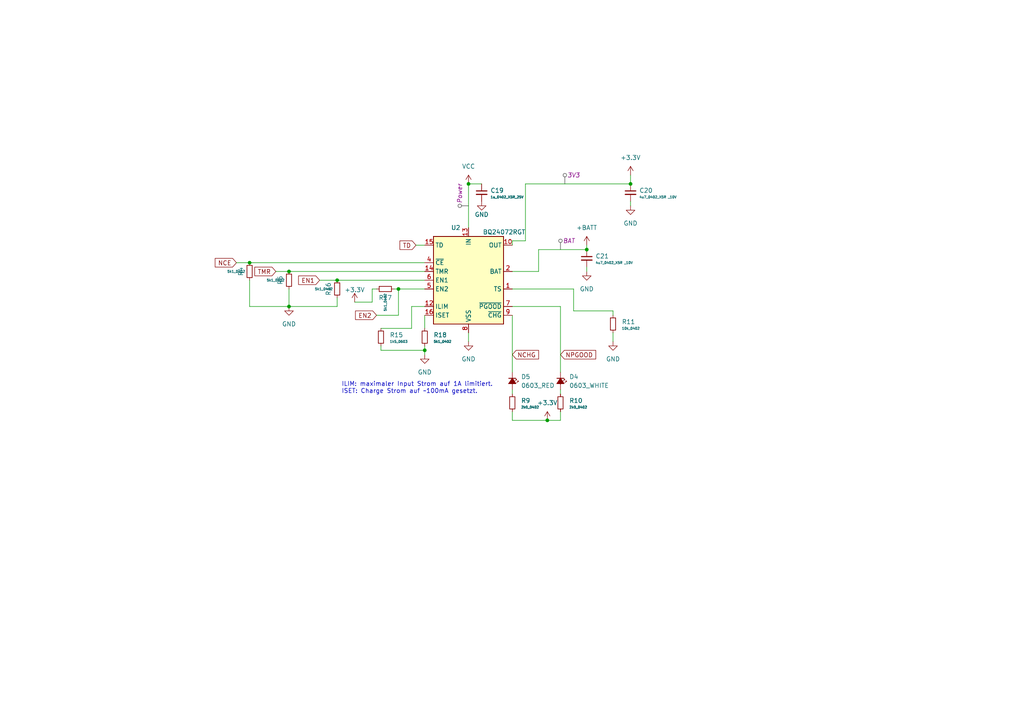
<source format=kicad_sch>
(kicad_sch (version 20231120) (generator "eeschema") (generator_version "8.0")
  (paper "A4")
  (lib_symbols
    (symbol "Battery_Management:BQ24072RGT"
      (property "Reference" "U" (at -8.89 13.97 0))
      (property "Value" "BQ24072RGT" (at 16.51 13.97 0))
      (symbol "BQ24072RGT_0_1"
        (rectangle (start -10.16 12.7) (end 10.16 -12.7) (stroke (width 0.254)) (fill (type background)))
      )
      (symbol "BQ24072RGT_1_1"
        (pin passive line (at 12.7 -2.54 180) (length 2.54) (name "TS") (number "1"))
        (pin power_out line (at 12.7 10.16 180) (length 2.54) (name "OUT") (number "10"))
        (pin passive line (at 12.7 10.16 180) (length 2.54) hide (name "OUT") (number "11"))
        (pin passive line (at -12.7 -7.62 0) (length 2.54) (name "ILIM") (number "12"))
        (pin power_in line (at 0 15.24 270) (length 2.54) (name "IN") (number "13"))
        (pin input line (at -12.7 2.54 0) (length 2.54) (name "TMR") (number "14"))
        (pin input line (at -12.7 10.16 0) (length 2.54) (name "TD") (number "15"))
        (pin passive line (at -12.7 -10.16 0) (length 2.54) (name "ISET") (number "16"))
        (pin passive line (at 0 -15.24 90) (length 2.54) hide (name "VSS") (number "17"))
        (pin power_out line (at 12.7 2.54 180) (length 2.54) (name "BAT") (number "2"))
        (pin passive line (at 12.7 2.54 180) (length 2.54) hide (name "BAT") (number "3"))
        (pin input line (at -12.7 5.08 0) (length 2.54) (name "~{CE}") (number "4"))
        (pin input line (at -12.7 -2.54 0) (length 2.54) (name "EN2") (number "5"))
        (pin input line (at -12.7 0 0) (length 2.54) (name "EN1") (number "6"))
        (pin open_collector line (at 12.7 -7.62 180) (length 2.54) (name "~{PGOOD}") (number "7"))
        (pin power_in line (at 0 -15.24 90) (length 2.54) (name "VSS") (number "8"))
        (pin open_collector line (at 12.7 -10.16 180) (length 2.54) (name "~{CHG}") (number "9"))
      )
    )
    (symbol "capacitor_smd_extended:4u7_0402_X5R _10V" (pin_numbers hide) (pin_names (offset 0.254) hide)
      (property "Reference" "C" (at 0.254 1.778 0))
      (property "Value" "4u7_0402_X5R _10V" (at 0.254 -2.032 0))
      (symbol "4u7_0402_X5R _10V_0_1"
        (polyline (pts (xy -1.524 -0.508) (xy 1.524 -0.508)) (stroke (width 0.3302)))
        (polyline (pts (xy -1.524 0.508) (xy 1.524 0.508)) (stroke (width 0.3048)))
      )
      (symbol "4u7_0402_X5R _10V_1_1"
        (pin passive line (at 0 2.54 270) (length 2.032) (name "~") (number "1"))
        (pin passive line (at 0 -2.54 90) (length 2.032) (name "~") (number "2"))
      )
    )
    (symbol "capacitor_smd_standard:1u_0402_X5R_25V" (pin_numbers hide) (pin_names (offset 0.254) hide)
      (property "Reference" "C" (at 0.254 1.778 0))
      (property "Value" "1u_0402_X5R_25V" (at 0.254 -2.032 0))
      (symbol "1u_0402_X5R_25V_0_1"
        (polyline (pts (xy -1.524 -0.508) (xy 1.524 -0.508)) (stroke (width 0.3302)))
        (polyline (pts (xy -1.524 0.508) (xy 1.524 0.508)) (stroke (width 0.3048)))
      )
      (symbol "1u_0402_X5R_25V_1_1"
        (pin passive line (at 0 2.54 270) (length 2.032) (name "~") (number "1"))
        (pin passive line (at 0 -2.54 90) (length 2.032) (name "~") (number "2"))
      )
    )
    (symbol "led:0603_GREEN" (pin_numbers hide) (pin_names (offset 0.254) hide)
      (property "Reference" "D" (at -1.27 3.175 0))
      (property "Value" "0603_GREEN" (at -4.445 -2.54 0))
      (symbol "0603_GREEN_0_1"
        (polyline (pts (xy -0.762 -1.016) (xy -0.762 1.016)) (stroke (width 0.254)))
        (polyline (pts (xy 1.016 0) (xy -0.762 0)))
        (polyline (pts (xy 0.762 -1.016) (xy -0.762 0) (xy 0.762 1.016) (xy 0.762 -1.016)) (stroke (width 0.254)) (fill (type outline)))
        (polyline (pts (xy 0 0.762) (xy -0.508 1.27) (xy -0.254 1.27) (xy -0.508 1.27) (xy -0.508 1.016)))
        (polyline (pts (xy 0.508 1.27) (xy 0 1.778) (xy 0.254 1.778) (xy 0 1.778) (xy 0 1.524)))
      )
      (symbol "0603_GREEN_1_1"
        (pin passive line (at -2.54 0 0) (length 1.778) (name "K") (number "1"))
        (pin passive line (at 2.54 0 180) (length 1.778) (name "A") (number "2"))
      )
    )
    (symbol "led:0603_RED" (pin_numbers hide) (pin_names (offset 0.254) hide)
      (property "Reference" "D" (at -1.27 3.175 0))
      (property "Value" "0603_RED" (at -4.445 -2.54 0))
      (symbol "0603_RED_0_1"
        (polyline (pts (xy -0.762 -1.016) (xy -0.762 1.016)) (stroke (width 0.254)))
        (polyline (pts (xy 1.016 0) (xy -0.762 0)))
        (polyline (pts (xy 0.762 -1.016) (xy -0.762 0) (xy 0.762 1.016) (xy 0.762 -1.016)) (stroke (width 0.254)) (fill (type outline)))
        (polyline (pts (xy 0 0.762) (xy -0.508 1.27) (xy -0.254 1.27) (xy -0.508 1.27) (xy -0.508 1.016)))
        (polyline (pts (xy 0.508 1.27) (xy 0 1.778) (xy 0.254 1.778) (xy 0 1.778) (xy 0 1.524)))
      )
      (symbol "0603_RED_1_1"
        (pin passive line (at -2.54 0 0) (length 1.778) (name "K") (number "1"))
        (pin passive line (at 2.54 0 180) (length 1.778) (name "A") (number "2"))
      )
    )
    (symbol "power:+3.3V" (power) (pin_names (offset 0))
      (property "Value" "+3.3V" (at 0 3.556 0))
      (symbol "+3.3V_0_1"
        (polyline (pts (xy -0.762 1.27) (xy 0 2.54)))
        (polyline (pts (xy 0 0) (xy 0 2.54)))
        (polyline (pts (xy 0 2.54) (xy 0.762 1.27)))
      )
      (symbol "+3.3V_1_1"
        (pin power_in line (at 0 0 90) (length 0) hide (name "+3.3V") (number "1"))
      )
    )
    (symbol "power:+BATT" (power) (pin_names (offset 0))
      (property "Value" "+BATT" (at 0 3.556 0))
      (symbol "+BATT_0_1"
        (polyline (pts (xy -0.762 1.27) (xy 0 2.54)))
        (polyline (pts (xy 0 0) (xy 0 2.54)))
        (polyline (pts (xy 0 2.54) (xy 0.762 1.27)))
      )
      (symbol "+BATT_1_1"
        (pin power_in line (at 0 0 90) (length 0) hide (name "+BATT") (number "1"))
      )
    )
    (symbol "power:GND" (power) (pin_names (offset 0))
      (property "Value" "GND" (at 0 -3.81 0))
      (symbol "GND_0_1"
        (polyline (pts (xy 0 0) (xy 0 -1.27) (xy 1.27 -1.27) (xy 0 -2.54) (xy -1.27 -1.27) (xy 0 -1.27)))
      )
      (symbol "GND_1_1"
        (pin power_in line (at 0 0 270) (length 0) hide (name "GND") (number "1"))
      )
    )
    (symbol "power:VCC" (power) (pin_names (offset 0))
      (property "Value" "VCC" (at 0 3.81 0))
      (symbol "VCC_0_1"
        (polyline (pts (xy -0.762 1.27) (xy 0 2.54)))
        (polyline (pts (xy 0 0) (xy 0 2.54)))
        (polyline (pts (xy 0 2.54) (xy 0.762 1.27)))
      )
      (symbol "VCC_1_1"
        (pin power_in line (at 0 0 90) (length 0) hide (name "VCC") (number "1"))
      )
    )
    (symbol "resistor_smd_standard:10k_0402" (pin_numbers hide) (pin_names (offset 0.254) hide)
      (property "Reference" "R" (at 1.27 1.27 0))
      (property "Value" "10k_0402" (at 1.27 0 0))
      (symbol "10k_0402_0_1"
        (rectangle (start -0.762 1.778) (end 0.762 -1.778) (stroke (width 0.2032)))
      )
      (symbol "10k_0402_1_1"
        (pin passive line (at 0 2.54 270) (length 0.762) (name "~") (number "1"))
        (pin passive line (at 0 -2.54 90) (length 0.762) (name "~") (number "2"))
      )
    )
    (symbol "resistor_smd_standard:1k5_0603" (pin_numbers hide) (pin_names (offset 0.254) hide)
      (property "Reference" "R" (at 1.27 1.27 0))
      (property "Value" "1k5_0603" (at 1.27 0 0))
      (symbol "1k5_0603_0_1"
        (rectangle (start -0.762 1.778) (end 0.762 -1.778) (stroke (width 0.2032)))
      )
      (symbol "1k5_0603_1_1"
        (pin passive line (at 0 2.54 270) (length 0.762) (name "~") (number "1"))
        (pin passive line (at 0 -2.54 90) (length 0.762) (name "~") (number "2"))
      )
    )
    (symbol "resistor_smd_standard:2k0_0402" (pin_numbers hide) (pin_names (offset 0.254) hide)
      (property "Reference" "R" (at 1.27 1.27 0))
      (property "Value" "2k0_0402" (at 1.27 0 0))
      (symbol "2k0_0402_0_1"
        (rectangle (start -0.762 1.778) (end 0.762 -1.778) (stroke (width 0.2032)))
      )
      (symbol "2k0_0402_1_1"
        (pin passive line (at 0 2.54 270) (length 0.762) (name "~") (number "1"))
        (pin passive line (at 0 -2.54 90) (length 0.762) (name "~") (number "2"))
      )
    )
    (symbol "resistor_smd_standard:5k1_0402" (pin_numbers hide) (pin_names (offset 0.254) hide)
      (property "Reference" "R" (at 1.27 1.27 0))
      (property "Value" "5k1_0402" (at 1.27 0 0))
      (symbol "5k1_0402_0_1"
        (rectangle (start -0.762 1.778) (end 0.762 -1.778) (stroke (width 0.2032)))
      )
      (symbol "5k1_0402_1_1"
        (pin passive line (at 0 2.54 270) (length 0.762) (name "~") (number "1"))
        (pin passive line (at 0 -2.54 90) (length 0.762) (name "~") (number "2"))
      )
    )
    (symbol "resistor_smd_standard:8k2_0402" (pin_numbers hide) (pin_names (offset 0.254) hide)
      (property "Reference" "R" (at 1.27 1.27 0))
      (property "Value" "8k2_0402" (at 1.27 0 0))
      (symbol "8k2_0402_0_1"
        (rectangle (start -0.762 1.778) (end 0.762 -1.778) (stroke (width 0.2032)))
      )
      (symbol "8k2_0402_1_1"
        (pin passive line (at 0 2.54 270) (length 0.762) (name "~") (number "1"))
        (pin passive line (at 0 -2.54 90) (length 0.762) (name "~") (number "2"))
      )
    )
  )
  (junction (at 115.57 83.82))
  (junction (at 83.82 88.9))
  (junction (at 135.89 53.34))
  (junction (at 72.39 76.2))
  (junction (at 97.79 81.28))
  (junction (at 83.82 78.74))
  (junction (at 182.88 53.34))
  (junction (at 123.19 101.6))
  (junction (at 170.18 72.39))
  (junction (at 158.75 121.92))
  (wire (pts (xy 80.01 78.74) (xy 83.82 78.74)))
  (wire (pts (xy 152.4 53.34) (xy 182.88 53.34)))
  (wire (pts (xy 166.37 83.82) (xy 166.37 90.17)))
  (wire (pts (xy 148.59 119.38) (xy 148.59 121.92)))
  (wire (pts (xy 135.89 96.52) (xy 135.89 99.06)))
  (wire (pts (xy 162.56 113.03) (xy 162.56 114.3)))
  (wire (pts (xy 72.39 81.28) (xy 72.39 88.9)))
  (wire (pts (xy 114.3 83.82) (xy 115.57 83.82)))
  (wire (pts (xy 166.37 90.17) (xy 177.8 90.17)))
  (wire (pts (xy 156.21 72.39) (xy 156.21 78.74)))
  (wire (pts (xy 170.18 77.47) (xy 170.18 78.74)))
  (wire (pts (xy 158.75 121.92) (xy 162.56 121.92)))
  (wire (pts (xy 68.58 76.2) (xy 72.39 76.2)))
  (wire (pts (xy 182.88 50.8) (xy 182.88 53.34)))
  (wire (pts (xy 97.79 81.28) (xy 123.19 81.28)))
  (wire (pts (xy 162.56 88.9) (xy 148.59 88.9)))
  (wire (pts (xy 177.8 90.17) (xy 177.8 91.44)))
  (wire (pts (xy 156.21 72.39) (xy 170.18 72.39)))
  (wire (pts (xy 119.38 95.25) (xy 119.38 88.9)))
  (wire (pts (xy 148.59 69.85) (xy 148.59 71.12)))
  (wire (pts (xy 119.38 88.9) (xy 123.19 88.9)))
  (wire (pts (xy 177.8 96.52) (xy 177.8 99.06)))
  (wire (pts (xy 148.59 113.03) (xy 148.59 114.3)))
  (wire (pts (xy 152.4 53.34) (xy 152.4 69.85)))
  (wire (pts (xy 115.57 83.82) (xy 123.19 83.82)))
  (wire (pts (xy 83.82 88.9) (xy 97.79 88.9)))
  (wire (pts (xy 148.59 83.82) (xy 166.37 83.82)))
  (wire (pts (xy 123.19 100.33) (xy 123.19 101.6)))
  (wire (pts (xy 170.18 71.12) (xy 170.18 72.39)))
  (wire (pts (xy 110.49 101.6) (xy 123.19 101.6)))
  (wire (pts (xy 152.4 69.85) (xy 148.59 69.85)))
  (wire (pts (xy 92.71 81.28) (xy 97.79 81.28)))
  (wire (pts (xy 83.82 78.74) (xy 123.19 78.74)))
  (wire (pts (xy 109.22 83.82) (xy 107.95 83.82)))
  (wire (pts (xy 83.82 83.82) (xy 83.82 88.9)))
  (wire (pts (xy 162.56 121.92) (xy 162.56 119.38)))
  (wire (pts (xy 156.21 78.74) (xy 148.59 78.74)))
  (wire (pts (xy 148.59 107.95) (xy 148.59 91.44)))
  (wire (pts (xy 110.49 100.33) (xy 110.49 101.6)))
  (wire (pts (xy 72.39 76.2) (xy 123.19 76.2)))
  (wire (pts (xy 115.57 91.44) (xy 115.57 83.82)))
  (wire (pts (xy 97.79 86.36) (xy 97.79 88.9)))
  (wire (pts (xy 148.59 121.92) (xy 158.75 121.92)))
  (wire (pts (xy 110.49 95.25) (xy 119.38 95.25)))
  (wire (pts (xy 107.95 83.82) (xy 107.95 87.63)))
  (wire (pts (xy 182.88 58.42) (xy 182.88 59.69)))
  (wire (pts (xy 107.95 87.63) (xy 102.87 87.63)))
  (wire (pts (xy 109.22 91.44) (xy 115.57 91.44)))
  (wire (pts (xy 162.56 107.95) (xy 162.56 88.9)))
  (wire (pts (xy 123.19 91.44) (xy 123.19 95.25)))
  (wire (pts (xy 135.89 53.34) (xy 135.89 66.04)))
  (wire (pts (xy 120.65 71.12) (xy 123.19 71.12)))
  (wire (pts (xy 123.19 101.6) (xy 123.19 102.87)))
  (wire (pts (xy 135.89 53.34) (xy 139.7 53.34)))
  (wire (pts (xy 72.39 88.9) (xy 83.82 88.9)))
  (text "ILIM: maximaler Input Strom auf 1A limitiert.\nISET: Charge Strom auf ~100mA gesetzt." (at 99.06 114.3 0) (effects (font (size 1.27 1.27)) (justify left bottom)))
  (global_label "NCE" (shape input) (at 68.58 76.2 180) (property "Intersheetrefs" "${INTERSHEET_REFS}" (effects (hide yes))))
  (global_label "TD" (shape input) (at 120.65 71.12 180) (property "Intersheetrefs" "${INTERSHEET_REFS}" (effects (hide yes))))
  (global_label "NCHG" (shape input) (at 148.59 102.87 0) (property "Intersheetrefs" "${INTERSHEET_REFS}" (effects (hide yes))))
  (global_label "TMR" (shape input) (at 80.01 78.74 180) (property "Intersheetrefs" "${INTERSHEET_REFS}" (effects (hide yes))))
  (global_label "EN1" (shape input) (at 92.71 81.28 180) (property "Intersheetrefs" "${INTERSHEET_REFS}" (effects (hide yes))))
  (global_label "NPGOOD" (shape input) (at 162.56 102.87 0) (property "Intersheetrefs" "${INTERSHEET_REFS}" (effects (hide yes))))
  (global_label "EN2" (shape input) (at 109.22 91.44 180) (property "Intersheetrefs" "${INTERSHEET_REFS}" (effects (hide yes))))
  (netclass_flag "" (length 2.54) (shape round) (at 162.56 72.39 0) (property "Netclass" "BAT" (at 163.2585 69.85 0) (effects (font (italic yes)) (justify left))))
  (netclass_flag "" (length 2.54) (shape round) (at 135.89 59.69 90) (property "Netclass" "Power" (at 133.35 58.9915 90) (effects (font (italic yes)) (justify left))))
  (netclass_flag "" (length 2.54) (shape round) (at 163.83 53.34 0) (property "Netclass" "3V3" (at 164.5285 50.8 0) (effects (font (italic yes)) (justify left))))
  (symbol (lib_id "led:0603_RED") (at 148.59 110.49 270) (unit 1)
    (property "Reference" "D5" (at 151.13 109.2835 90) (effects (justify left)))
    (property "Value" "0603_RED" (at 151.13 111.8235 90) (effects (justify left)))
    (property "Footprint" "LED_SMD:LED_0603_1608Metric" (effects (hide yes)))
    (property "Datasheet" "https://datasheet.lcsc.com/lcsc/1811101510_Everlight-Elec-19-217-GHC-YR1S2-3T_C72043.pdf" (effects (hide yes)))
    (property "LCSC" "C2286" (effects (hide yes)))
    (property "Partnumber" "KT-0603R" (effects (hide yes)))
    (property "Price1000" "0.0035" (effects (hide yes)))
  )
  (symbol (lib_id "power:+3.3V") (at 102.87 87.63 0) (unit 1)
    (property "Reference" "#PWR043" (effects (hide yes)))
    (property "Value" "+3.3V" (at 102.87 84.074 0))
  )
  (symbol (lib_id "resistor_smd_standard:5k1_0402") (at 83.82 81.28 180) (unit 1)
    (property "Reference" "R5" (at 81.28 81.28 90))
    (property "Value" "5k1_0402" (at 82.55 81.28 0) (effects (font (size 0.7 0.7)) (justify left)))
    (property "Footprint" "Resistor_SMD:R_0402_1005Metric" (effects (hide yes)))
    (property "Datasheet" "https://datasheet.lcsc.com/lcsc/2110260030_UNI-ROYAL-Uniroyal-Elec-0402WGF5101TCE_C25905.pdf" (effects (hide yes)))
    (property "Description" "±1% 1/16W Thick Film Resistors 50V ±100ppm/℃ -55℃~+155℃ 5.1kΩ 0402 Chip Resistor - Surface Mount ROHS" (effects (hide yes)))
    (property "LCSC" "C25905" (effects (hide yes)))
    (property "Tollerance" "1%" (effects (hide yes)))
    (property "Voltage" "50V" (effects (hide yes)))
  )
  (symbol (lib_id "power:GND") (at 182.88 59.69 0) (unit 1)
    (property "Reference" "#PWR040" (effects (hide yes)))
    (property "Value" "GND" (at 182.88 64.77 0))
  )
  (symbol (lib_id "resistor_smd_standard:5k1_0402") (at 111.76 83.82 270) (unit 1)
    (property "Reference" "R17" (at 111.76 86.36 90))
    (property "Value" "5k1_0402" (at 111.76 85.09 0) (effects (font (size 0.7 0.7)) (justify left)))
    (property "Footprint" "Resistor_SMD:R_0402_1005Metric" (effects (hide yes)))
    (property "Datasheet" "https://datasheet.lcsc.com/lcsc/2110260030_UNI-ROYAL-Uniroyal-Elec-0402WGF5101TCE_C25905.pdf" (effects (hide yes)))
    (property "Description" "±1% 1/16W Thick Film Resistors 50V ±100ppm/℃ -55℃~+155℃ 5.1kΩ 0402 Chip Resistor - Surface Mount ROHS" (effects (hide yes)))
    (property "LCSC" "C25905" (effects (hide yes)))
    (property "Tollerance" "1%" (effects (hide yes)))
    (property "Voltage" "50V" (effects (hide yes)))
  )
  (symbol (lib_id "capacitor_smd_extended:4u7_0402_X5R _10V") (at 170.18 74.93 0) (unit 1)
    (property "Reference" "C21" (at 172.72 74.3013 0) (effects (justify left)))
    (property "Value" "4u7_0402_X5R _10V" (at 172.72 76.2063 0) (effects (font (size 0.7 0.7)) (justify left)))
    (property "Footprint" "Capacitor_SMD:C_0402_1005Metric" (effects (hide yes)))
    (property "Datasheet" "https://datasheet.lcsc.com/lcsc/2211101800_VIIYONG-V475K0402X5R100NCT_C5252390.pdf" (effects (hide yes)))
    (property "LCSC" "C23733" (effects (hide yes)))
  )
  (symbol (lib_id "power:+3.3V") (at 158.75 121.92 0) (unit 1)
    (property "Reference" "#PWR044" (effects (hide yes)))
    (property "Value" "+3.3V" (at 158.75 116.84 0))
  )
  (symbol (lib_id "resistor_smd_standard:2k0_0402") (at 148.59 116.84 0) (unit 1)
    (property "Reference" "R9" (at 151.13 116.205 0) (effects (justify left)))
    (property "Value" "2k0_0402" (at 151.13 118.11 0) (effects (font (size 0.7 0.7)) (justify left)))
    (property "Footprint" "Resistor_SMD:R_0402_1005Metric" (effects (hide yes)))
    (property "Datasheet" "https://datasheet.lcsc.com/lcsc/2110260030_UNI-ROYAL-Uniroyal-Elec-0402WGF5101TCE_C25905.pdf" (effects (hide yes)))
    (property "Description" "62.5mW Thick Film Resistors ±100ppm/℃ ±1% 2kΩ 0402  Chip Resistor - Surface Mount ROHS" (effects (hide yes)))
    (property "LCSC" "C4109" (effects (hide yes)))
    (property "Tollerance" "1%" (effects (hide yes)))
    (property "Voltage" "50V" (effects (hide yes)))
  )
  (symbol (lib_id "power:+3.3V") (at 182.88 50.8 0) (unit 1)
    (property "Reference" "#PWR041" (effects (hide yes)))
    (property "Value" "+3.3V" (at 182.88 45.72 0))
  )
  (symbol (lib_id "resistor_smd_standard:1k5_0603") (at 110.49 97.79 0) (unit 1)
    (property "Reference" "R15" (at 113.03 97.155 0) (effects (justify left)))
    (property "Value" "1k5_0603" (at 113.03 99.06 0) (effects (font (size 0.7 0.7)) (justify left)))
    (property "Footprint" "Resistor_SMD:R_0603_1608Metric" (effects (hide yes)))
    (property "Datasheet" "https://datasheet.lcsc.com/lcsc/2110252030_UNI-ROYAL-Uniroyal-Elec-0603WAF1501T5E_C22843.pdf" (effects (hide yes)))
    (property "Description" "±1% 1/10W Thick Film Resistors 75V ±100ppm/℃ -55℃~+155℃ 1.5kΩ 0603 Chip Resistor - Surface Mount ROHS" (effects (hide yes)))
    (property "LCSC" "C22843" (effects (hide yes)))
    (property "Tollerance" "1%" (effects (hide yes)))
    (property "Voltage" "75V" (effects (hide yes)))
  )
  (symbol (lib_id "power:GND") (at 123.19 102.87 0) (unit 1)
    (property "Reference" "#PWR048" (effects (hide yes)))
    (property "Value" "GND" (at 123.19 107.95 0))
  )
  (symbol (lib_id "power:GND") (at 83.82 88.9 0) (unit 1)
    (property "Reference" "#PWR042" (effects (hide yes)))
    (property "Value" "GND" (at 83.82 93.98 0))
  )
  (symbol (lib_id "power:GND") (at 139.7 58.42 0) (unit 1)
    (property "Reference" "#PWR039" (effects (hide yes)))
    (property "Value" "GND" (at 139.7 62.23 0))
  )
  (symbol (lib_id "led:0603_GREEN") (at 162.56 110.49 270) (unit 1)
    (property "Reference" "D4" (at 165.1 109.2835 90) (effects (justify left)))
    (property "Value" "0603_WHITE" (at 165.1 111.8235 90) (effects (justify left)))
    (property "Footprint" "LED_SMD:LED_0603_1608Metric" (effects (hide yes)))
    (property "Datasheet" "https://wmsc.lcsc.com/wmsc/upload/file/pdf/v2/lcsc/2305091500_Hubei-KENTO-Elec-KT-0603W_C2290.pdf" (effects (hide yes)))
    (property "LCSC" "C2290" (effects (hide yes)))
    (property "Partnumber" "19-217/GHC-YR1S2/3T" (effects (hide yes)))
    (property "Price1000" "0.0155" (effects (hide yes)))
  )
  (symbol (lib_id "resistor_smd_standard:10k_0402") (at 177.8 93.98 0) (unit 1)
    (property "Reference" "R11" (at 180.34 93.3449 0) (effects (justify left)))
    (property "Value" "10k_0402" (at 180.34 95.25 0) (effects (font (size 0.7 0.7)) (justify left)))
    (property "Footprint" "Resistor_SMD:R_0402_1005Metric" (effects (hide yes)))
    (property "Datasheet" "https://datasheet.lcsc.com/lcsc/2110260030_UNI-ROYAL-Uniroyal-Elec-0402WGF1002TCE_C25744.pdf" (effects (hide yes)))
    (property "Description" "±1% 1/16W Thick Film Resistors 50V ±100ppm/℃ -55℃~+155℃ 10kΩ 0402 Chip Resistor - Surface Mount ROHS" (effects (hide yes)))
    (property "LCSC" "C25744" (effects (hide yes)))
    (property "Tollerance" "1%" (effects (hide yes)))
    (property "Voltage" "50V" (effects (hide yes)))
    (property "Price1000" "0.0005" (effects (hide yes)))
  )
  (symbol (lib_id "resistor_smd_standard:2k0_0402") (at 162.56 116.84 0) (unit 1)
    (property "Reference" "R10" (at 165.1 116.205 0) (effects (justify left)))
    (property "Value" "2k0_0402" (at 165.1 118.11 0) (effects (font (size 0.7 0.7)) (justify left)))
    (property "Footprint" "Resistor_SMD:R_0402_1005Metric" (effects (hide yes)))
    (property "Datasheet" "https://datasheet.lcsc.com/lcsc/2110260030_UNI-ROYAL-Uniroyal-Elec-0402WGF5101TCE_C25905.pdf" (effects (hide yes)))
    (property "Description" "62.5mW Thick Film Resistors ±100ppm/℃ ±1% 2kΩ 0402  Chip Resistor - Surface Mount ROHS" (effects (hide yes)))
    (property "LCSC" "C4109" (effects (hide yes)))
    (property "Tollerance" "1%" (effects (hide yes)))
    (property "Voltage" "50V" (effects (hide yes)))
  )
  (symbol (lib_id "resistor_smd_standard:5k1_0402") (at 72.39 78.74 180) (unit 1)
    (property "Reference" "R4" (at 69.85 78.74 90))
    (property "Value" "5k1_0402" (at 71.12 78.74 0) (effects (font (size 0.7 0.7)) (justify left)))
    (property "Footprint" "Resistor_SMD:R_0402_1005Metric" (effects (hide yes)))
    (property "Datasheet" "https://datasheet.lcsc.com/lcsc/2110260030_UNI-ROYAL-Uniroyal-Elec-0402WGF5101TCE_C25905.pdf" (effects (hide yes)))
    (property "Description" "±1% 1/16W Thick Film Resistors 50V ±100ppm/℃ -55℃~+155℃ 5.1kΩ 0402 Chip Resistor - Surface Mount ROHS" (effects (hide yes)))
    (property "LCSC" "C25905" (effects (hide yes)))
    (property "Tollerance" "1%" (effects (hide yes)))
    (property "Voltage" "50V" (effects (hide yes)))
  )
  (symbol (lib_id "power:GND") (at 135.89 99.06 0) (unit 1)
    (property "Reference" "#PWR037" (effects (hide yes)))
    (property "Value" "GND" (at 135.89 104.14 0))
  )
  (symbol (lib_id "power:GND") (at 170.18 78.74 0) (unit 1)
    (property "Reference" "#PWR046" (effects (hide yes)))
    (property "Value" "GND" (at 170.18 83.82 0))
  )
  (symbol (lib_id "capacitor_smd_extended:4u7_0402_X5R _10V") (at 182.88 55.88 0) (unit 1)
    (property "Reference" "C20" (at 185.42 55.2513 0) (effects (justify left)))
    (property "Value" "4u7_0402_X5R _10V" (at 185.42 57.1563 0) (effects (font (size 0.7 0.7)) (justify left)))
    (property "Footprint" "Capacitor_SMD:C_0402_1005Metric" (effects (hide yes)))
    (property "Datasheet" "https://datasheet.lcsc.com/lcsc/2211101800_VIIYONG-V475K0402X5R100NCT_C5252390.pdf" (effects (hide yes)))
    (property "LCSC" "C23733" (effects (hide yes)))
  )
  (symbol (lib_id "power:+BATT") (at 170.18 71.12 0) (unit 1)
    (property "Reference" "#PWR045" (effects (hide yes)))
    (property "Value" "+BATT" (at 170.18 66.04 0))
  )
  (symbol (lib_id "power:GND") (at 177.8 99.06 0) (unit 1)
    (property "Reference" "#PWR047" (effects (hide yes)))
    (property "Value" "GND" (at 177.8 104.14 0))
  )
  (symbol (lib_id "power:VCC") (at 135.89 53.34 0) (unit 1)
    (property "Reference" "#PWR038" (effects (hide yes)))
    (property "Value" "VCC" (at 135.89 48.26 0))
  )
  (symbol (lib_id "resistor_smd_standard:5k1_0402") (at 97.79 83.82 180) (unit 1)
    (property "Reference" "R16" (at 95.25 83.82 90))
    (property "Value" "5k1_0402" (at 96.52 83.82 0) (effects (font (size 0.7 0.7)) (justify left)))
    (property "Footprint" "Resistor_SMD:R_0402_1005Metric" (effects (hide yes)))
    (property "Datasheet" "https://datasheet.lcsc.com/lcsc/2110260030_UNI-ROYAL-Uniroyal-Elec-0402WGF5101TCE_C25905.pdf" (effects (hide yes)))
    (property "Description" "±1% 1/16W Thick Film Resistors 50V ±100ppm/℃ -55℃~+155℃ 5.1kΩ 0402 Chip Resistor - Surface Mount ROHS" (effects (hide yes)))
    (property "LCSC" "C25905" (effects (hide yes)))
    (property "Tollerance" "1%" (effects (hide yes)))
    (property "Voltage" "50V" (effects (hide yes)))
  )
  (symbol (lib_id "resistor_smd_standard:8k2_0402") (at 123.19 97.79 0) (unit 1)
    (property "Reference" "R18" (at 125.73 97.1549 0) (effects (justify left)))
    (property "Value" "5k1_0402" (at 125.73 99.06 0) (effects (font (size 0.7 0.7)) (justify left)))
    (property "Footprint" "Resistor_SMD:R_0402_1005Metric" (effects (hide yes)))
    (property "Datasheet" "https://datasheet.lcsc.com/lcsc/2206010045_UNI-ROYAL-Uniroyal-Elec-0402WGF8201TCE_C25924.pdf" (effects (hide yes)))
    (property "Description" "62.5mW Thick Film Resistors 50V ±100ppm/℃ ±1% 5.1kΩ 0402 Chip Resistor - Surface Mount ROHS" (effects (hide yes)))
    (property "LCSC" "C25905" (effects (hide yes)))
    (property "PriceReel" "0.0003" (effects (hide yes)))
    (property "QtyReel" "10000" (effects (hide yes)))
  )
  (symbol (lib_id "capacitor_smd_standard:1u_0402_X5R_25V") (at 139.7 55.88 0) (unit 1)
    (property "Reference" "C19" (at 142.24 55.2513 0) (effects (justify left)))
    (property "Value" "1u_0402_X5R_25V" (at 142.24 57.1563 0) (effects (font (size 0.7 0.7)) (justify left)))
    (property "Footprint" "Capacitor_SMD:C_0402_1005Metric" (effects (hide yes)))
    (property "Datasheet" "https://datasheet.lcsc.com/lcsc/1811091611_Samsung-Electro-Mechanics-CL05A105KA5NQNC_C52923.pdf" (effects (hide yes)))
    (property "LCSC" "C52923" (effects (hide yes)))
    (property "Price1000" "0.0020" (effects (hide yes)))
  )
  (symbol (lib_id "Battery_Management:BQ24072RGT") (at 135.89 81.28 0) (unit 1)
    (property "Reference" "U2" (at 130.81 66.04 0) (effects (justify left)))
    (property "Value" "BQ24072RGT" (at 152.4 67.31 0) (effects (justify right)))
    (property "Footprint" "Package_DFN_QFN:VQFN-16-1EP_3x3mm_P0.5mm_EP1.6x1.6mm" (effects (hide yes)))
    (property "Datasheet" "http://www.ti.com/lit/ds/symlink/bq24072.pdf" (effects (hide yes)))
    (property "LCSC" "C140288" (effects (hide yes)))
  )
)
</source>
